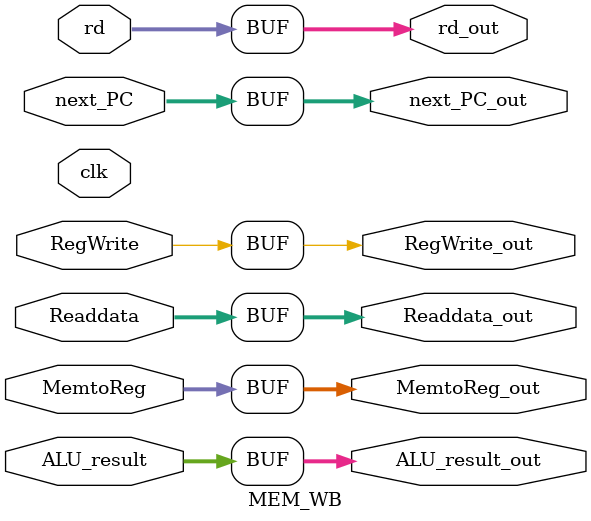
<source format=v>
`timescale 1ns / 1ps

module MEM_WB(clk, RegWrite, MemtoReg, next_PC, Readdata, ALU_result, rd,
RegWrite_out, MemtoReg_out, next_PC_out, Readdata_out, ALU_result_out, rd_out);
input clk, RegWrite;
input [1:0] MemtoReg;
input [4:0] rd;
input [31:0] next_PC, Readdata, ALU_result;
output reg RegWrite_out;
output reg [1:0] MemtoReg_out;
output reg [4:0] rd_out;
output reg [31:0] next_PC_out, Readdata_out, ALU_result_out;
initial begin
RegWrite_out <= RegWrite;
MemtoReg_out <= MemtoReg;
rd_out <= rd;
next_PC_out <= next_PC;
Readdata_out <= Readdata;
ALU_result_out <= ALU_result;
end
always @(posedge clk) begin

end
endmodule

</source>
